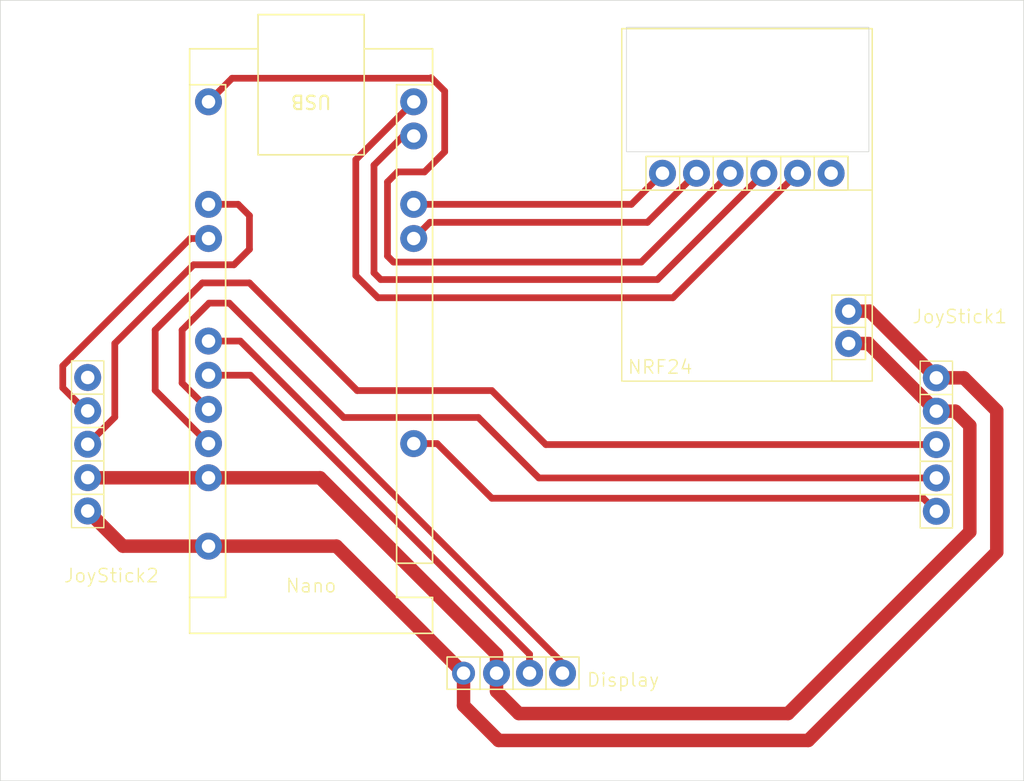
<source format=kicad_pcb>
(kicad_pcb (version 20241229) (generator "pcbnew") (generator_version "9.0")
  (layers (0 "F.Cu" signal) (2 "B.Cu" signal) (13 "F.Paste" user) (15 "B.Paste" user) (5 "F.SilkS" user "F.Silkscreen") (7 "B.SilkS" user "B.Silkscreen") (1 "F.Mask" user) (3 "B.Mask" user) (25 "Edge.Cuts" user))
  (net 0 "")
  (net 1 "Net-(A1-A0)")
  (net 2 "Net-(A1-+5V)")
  (net 3 "Net-(A1-A4)")
  (net 4 "Net-(A1-D8)")
  (net 5 "Net-(A1-D13)")
  (net 6 "Net-(A1-D12)")
  (net 7 "Net-(A1-A1)")
  (net 8 "Net-(A1-A7)")
  (net 9 "Net-(A1-A6)")
  (net 10 "Net-(JoyStick1-GND)")
  (net 11 "Net-(A1-D9)")
  (net 12 "Net-(A1-A5)")
  (net 13 "Net-(A1-D3)")
  (net 14 "Net-(A1-D11)")
  (net 15 "Net-(A1-D2)")
  (footprint "rc_controller:JoyStick" (layer "F.Cu") (at 72.1875 61.1875 180)
    (property "Reference" "JoyStick2" (at -0.5625 -3.5625 0) (layer "F.SilkS") (effects (font (thickness 0.1))))
    (property "Value" "~" (hide yes))
    (fp_rect (start 0 9.92) (end 2.4 12.4) (stroke (width 0.1)) (fill no) (layer "F.SilkS"))
    (fp_rect (start 0 7.44) (end 2.4 9.92) (stroke (width 0.1)) (fill no) (layer "F.SilkS"))
    (fp_rect (start 0 4.96) (end 2.4 7.44) (stroke (width 0.1)) (fill no) (layer "F.SilkS"))
    (fp_rect (start 0 2.48) (end 2.4 4.96) (stroke (width 0.1)) (fill no) (layer "F.SilkS"))
    (fp_rect (start 0 0) (end 2.4 2.48) (stroke (width 0.1)) (fill no) (layer "F.SilkS"))
    (pad "1" thru_hole circle (at 1.2 1.24 180) (size 2 2) (drill 1) (layers "*.Cu" "*.Mask") (net 10 "Net-(JoyStick1-GND)"))
    (pad "2" thru_hole circle (at 1.2 3.72 180) (size 2 2) (drill 1) (layers "*.Cu" "*.Mask") (net 2 "Net-(A1-+5V)"))
    (pad "3" thru_hole circle (at 1.2 6.2 180) (size 2 2) (drill 1) (layers "*.Cu" "*.Mask") (net 1 "Net-(A1-A0)"))
    (pad "4" thru_hole circle (at 1.2 8.68 180) (size 2 2) (drill 1) (layers "*.Cu" "*.Mask") (net 7 "Net-(A1-A1)"))
    (pad "5" thru_hole circle (at 1.2 11.16 180) (size 2 2) (drill 1) (layers "*.Cu" "*.Mask") (net 13 "Net-(A1-D3)"))
  )
  (footprint "rc_controller:OLED_display" (layer "F.Cu") (at 97.675 73.2 90)
    (property "Reference" "OLED_display1" (hide yes))
    (property "Value" "~" (hide yes))
    (fp_rect (start 0 0) (end 2.4 2.45) (stroke (width 0.1)) (fill no) (layer "F.SilkS"))
    (fp_rect (start 0 0) (end 2.4 9.8) (stroke (width 0.1)) (fill no) (layer "F.SilkS"))
    (fp_rect (start 0 2.45) (end 2.4 4.9) (stroke (width 0.1)) (fill no) (layer "F.SilkS"))
    (fp_rect (start 0 4.9) (end 2.4 7.35) (stroke (width 0.1)) (fill no) (layer "F.SilkS"))
    (fp_rect (start 0 7.35) (end 2.4 9.8) (stroke (width 0.1)) (fill no) (layer "F.SilkS"))
    (pad "1" thru_hole circle (at 1.2 1.225 90) (size 1.7 1.7) (drill 1) (layers "*.Cu" "*.Mask") (net 10 "Net-(JoyStick1-GND)"))
    (pad "2" thru_hole circle (at 1.2 3.675 90) (size 2 2) (drill 1) (layers "*.Cu" "*.Mask") (net 2 "Net-(A1-+5V)"))
    (pad "3" thru_hole circle (at 1.2 6.125 90) (size 2 2) (drill 1) (layers "*.Cu" "F.Mask") (net 12 "Net-(A1-A5)"))
    (pad "4" thru_hole circle (at 1.2 8.575 90) (size 2 2) (drill 1) (layers "*.Cu" "*.Mask") (net 3 "Net-(A1-A4)"))
  )
  (footprint "rc_controller:NRF24_Breakout" (layer "F.Cu") (at 110.65 24.1)
    (property "Reference" "NRF24" (at 2.85 25.15 0) (layer "F.SilkS") (effects (font (thickness 0.1))))
    (property "Value" "NRF24L01_Breakout" (hide yes))
    (fp_line (start 0 12) (end 9.3 12) (stroke (width 0.1)) (layer "F.SilkS"))
    (fp_line (start 18.1 24.6) (end 18.1 23.4) (stroke (width 0.1)) (layer "F.SilkS"))
    (fp_rect (start 0 0) (end 18.6 12) (stroke (width 0.1)) (fill no) (layer "F.SilkS"))
    (fp_rect (start 0 0) (end 18.6 26.2) (stroke (width 0.1)) (fill no) (layer "F.SilkS"))
    (fp_rect (start 1.8 9.5) (end 9.3 12) (stroke (width 0.1)) (fill no) (layer "F.SilkS"))
    (fp_rect (start 1.8 9.5) (end 16.8 12) (stroke (width 0.1)) (fill no) (layer "F.SilkS"))
    (fp_rect (start 4.3 9.5) (end 6.8 12) (stroke (width 0.1)) (fill no) (layer "F.SilkS"))
    (fp_rect (start 6.8 9.5) (end 9.3 12) (stroke (width 0.1)) (fill no) (layer "F.SilkS"))
    (fp_rect (start 9.3 9.5) (end 11.8 12) (stroke (width 0.1)) (fill no) (layer "F.SilkS"))
    (fp_rect (start 9.3 9.5) (end 16.8 12) (stroke (width 0.1)) (fill no) (layer "F.SilkS"))
    (fp_rect (start 11.8 9.5) (end 14.3 12) (stroke (width 0.1)) (fill no) (layer "F.SilkS"))
    (fp_rect (start 14.3 9.5) (end 16.8 12) (stroke (width 0.1)) (fill no) (layer "F.SilkS"))
    (fp_rect (start 15.6 19.8) (end 18.1 22.2) (stroke (width 0.1)) (fill no) (layer "F.SilkS"))
    (fp_rect (start 15.6 19.8) (end 18.1 24.6) (stroke (width 0.1)) (fill no) (layer "F.SilkS"))
    (fp_rect (start 15.6 19.8) (end 18.6 26.2) (stroke (width 0.1)) (fill no) (layer "F.SilkS"))
    (pad "1" thru_hole circle (at 16.85 21) (size 2 2) (drill 1) (layers "*.Cu" "*.Mask") (net 10 "Net-(JoyStick1-GND)"))
    (pad "2" thru_hole circle (at 16.85 23.4) (size 2 2) (drill 1) (layers "*.Cu" "*.Mask") (net 2 "Net-(A1-+5V)"))
    (pad "3" thru_hole circle (at 3.025 10.75) (size 2 2) (drill 1) (layers "*.Cu" "*.Mask") (net 11 "Net-(A1-D9)"))
    (pad "4" thru_hole circle (at 5.55 10.75) (size 2 2) (drill 1) (layers "*.Cu" "*.Mask") (net 4 "Net-(A1-D8)"))
    (pad "5" thru_hole circle (at 8.05 10.75) (size 2 2) (drill 1) (layers "*.Cu" "*.Mask") (net 5 "Net-(A1-D13)"))
    (pad "6" thru_hole circle (at 10.55 10.75) (size 2 2) (drill 1) (layers "*.Cu" "*.Mask") (net 14 "Net-(A1-D11)"))
    (pad "7" thru_hole circle (at 13.05 10.75) (size 2 2) (drill 1) (layers "*.Cu" "*.Mask") (net 6 "Net-(A1-D12)"))
    (pad "8" thru_hole circle (at 15.55 10.75) (size 2 2) (drill 1) (layers "*.Cu" "*.Mask"))
  )
  (footprint "rc_controller:JoyStick" (layer "F.Cu") (at 132.8125 48.8125)
    (property "Reference" "JoyStick1" (at 2.9375 -3.3125 0) (layer "F.SilkS") (effects (font (thickness 0.1))))
    (property "Value" "~" (hide yes))
    (fp_rect (start 0 0) (end 2.4 2.48) (stroke (width 0.1)) (fill no) (layer "F.SilkS"))
    (fp_rect (start 0 2.48) (end 2.4 4.96) (stroke (width 0.1)) (fill no) (layer "F.SilkS"))
    (fp_rect (start 0 4.96) (end 2.4 7.44) (stroke (width 0.1)) (fill no) (layer "F.SilkS"))
    (fp_rect (start 0 7.44) (end 2.4 9.92) (stroke (width 0.1)) (fill no) (layer "F.SilkS"))
    (fp_rect (start 0 9.92) (end 2.4 12.4) (stroke (width 0.1)) (fill no) (layer "F.SilkS"))
    (pad "1" thru_hole circle (at 1.2 1.24) (size 2 2) (drill 1) (layers "*.Cu" "*.Mask") (net 10 "Net-(JoyStick1-GND)"))
    (pad "2" thru_hole circle (at 1.2 3.72) (size 2 2) (drill 1) (layers "*.Cu" "*.Mask") (net 2 "Net-(A1-+5V)"))
    (pad "3" thru_hole circle (at 1.2 6.2) (size 2 2) (drill 1) (layers "*.Cu" "*.Mask") (net 8 "Net-(A1-A7)"))
    (pad "4" thru_hole circle (at 1.2 8.68) (size 2 2) (drill 1) (layers "*.Cu" "*.Mask") (net 9 "Net-(A1-A6)"))
    (pad "5" thru_hole circle (at 1.2 11.16) (size 2 2) (drill 1) (layers "*.Cu" "*.Mask") (net 15 "Net-(A1-D2)"))
  )
  (footprint "Module:Arduino_Nano" (layer "F.Cu") (at 80 27)
    (property "Reference" "Nano" (at 7.58 38.5 0) (layer "F.SilkS") (effects (font (thickness 0.1))))
    (property "Value" "Arduino_Nano_v3.x")
    (fp_line (start -1.44 -1.4) (end -1.44 42.04) (stroke (width 0.12)) (layer "F.SilkS"))
    (fp_line (start -1.44 -1.4) (end 3.64 -1.4) (stroke (width 0.12)) (layer "F.SilkS"))
    (fp_line (start -1.44 42.04) (end 16.6 42.04) (stroke (width 0.12)) (layer "F.SilkS"))
    (fp_line (start 1.23 1.27) (end -1.44 1.27) (stroke (width 0.12)) (layer "F.SilkS"))
    (fp_line (start 1.23 39.37) (end -1.44 39.37) (stroke (width 0.12)) (layer "F.SilkS"))
    (fp_line (start 1.23 39.37) (end 1.23 1.27) (stroke (width 0.12)) (layer "F.SilkS"))
    (fp_line (start 3.64 -3.94) (end 11.52 -3.94) (stroke (width 0.12)) (layer "F.SilkS"))
    (fp_line (start 3.64 6.48) (end 3.64 -3.94) (stroke (width 0.12)) (layer "F.SilkS"))
    (fp_line (start 11.52 -3.94) (end 11.52 6.48) (stroke (width 0.12)) (layer "F.SilkS"))
    (fp_line (start 11.52 6.48) (end 3.64 6.48) (stroke (width 0.12)) (layer "F.SilkS"))
    (fp_line (start 13.93 1.27) (end 16.6 1.27) (stroke (width 0.12)) (layer "F.SilkS"))
    (fp_line (start 13.93 36.83) (end 13.93 1.27) (stroke (width 0.12)) (layer "F.SilkS"))
    (fp_line (start 13.93 36.83) (end 13.93 39.37) (stroke (width 0.12)) (layer "F.SilkS"))
    (fp_line (start 13.93 36.83) (end 16.6 36.83) (stroke (width 0.12)) (layer "F.SilkS"))
    (fp_line (start 13.93 39.37) (end 16.6 39.37) (stroke (width 0.12)) (layer "F.SilkS"))
    (fp_line (start 16.6 -1.4) (end 11.52 -1.4) (stroke (width 0.12)) (layer "F.SilkS"))
    (fp_line (start 16.6 36.83) (end 16.6 -1.4) (stroke (width 0.12)) (layer "F.SilkS"))
    (fp_line (start 16.6 42.04) (end 16.6 39.37) (stroke (width 0.12)) (layer "F.SilkS"))
    (fp_text user "USB" (at 7.58 2.54 180) (layer "F.SilkS"))
    (pad "5" thru_hole circle (at 15.2 27.94 180) (size 2 2) (drill 1) (layers "*.Cu" "*.Mask") (net 15 "Net-(A1-D2)"))
    (pad "11" thru_hole circle (at 15.2 12.7 180) (size 2 2) (drill 1) (layers "*.Cu" "*.Mask") (net 4 "Net-(A1-D8)"))
    (pad "12" thru_hole circle (at 15.2 10.16 180) (size 2 2) (drill 1) (layers "*.Cu" "*.Mask") (net 11 "Net-(A1-D9)"))
    (pad "14" thru_hole circle (at 15.2 5.08 180) (size 2 2) (drill 1) (layers "*.Cu" "*.Mask") (net 14 "Net-(A1-D11)"))
    (pad "15" thru_hole circle (at 15.2 2.54 180) (size 2 2) (drill 1) (layers "*.Cu" "*.Mask") (net 6 "Net-(A1-D12)"))
    (pad "16" thru_hole circle (at -0.04 2.54 180) (size 2 2) (drill 1) (layers "*.Cu" "*.Mask") (net 5 "Net-(A1-D13)"))
    (pad "19" thru_hole circle (at -0.04 10.16 180) (size 2 2) (drill 1) (layers "*.Cu" "*.Mask") (net 1 "Net-(A1-A0)"))
    (pad "20" thru_hole circle (at -0.04 12.7 180) (size 2 2) (drill 1) (layers "*.Cu" "*.Mask") (net 7 "Net-(A1-A1)"))
    (pad "23" thru_hole circle (at -0.04 20.32 180) (size 2 2) (drill 1) (layers "*.Cu" "*.Mask") (net 3 "Net-(A1-A4)"))
    (pad "24" thru_hole circle (at -0.04 22.86 180) (size 2 2) (drill 1) (layers "*.Cu" "*.Mask") (net 12 "Net-(A1-A5)"))
    (pad "25" thru_hole circle (at -0.04 25.4 180) (size 2 2) (drill 1) (layers "*.Cu" "*.Mask") (net 9 "Net-(A1-A6)"))
    (pad "26" thru_hole circle (at -0.04 27.94 180) (size 2 2) (drill 1) (layers "*.Cu" "*.Mask") (net 8 "Net-(A1-A7)"))
    (pad "27" thru_hole circle (at -0.04 30.48 180) (size 2 2) (drill 1) (layers "*.Cu" "*.Mask") (net 2 "Net-(A1-+5V)"))
    (pad "29" thru_hole circle (at -0.04 35.56 180) (size 2 2) (drill 1) (layers "*.Cu" "*.Mask") (net 10 "Net-(JoyStick1-GND)"))
  )
  (gr_rect (start 64.5 22) (end 140.5 80) (stroke (width 0.05)) (fill no) (layer "Edge.Cuts"))
  (gr_rect (start 111 24) (end 129 33.25) (stroke (width 0.05)) (fill no) (layer "Edge.Cuts"))
  (gr_text "Display\n" (at 110.75 72.5 0) (layer "F.SilkS") (effects (font (size 1 1) (thickness 0.1))))
  (segment (start 83 40.5) (end 83 38) (width 0.5) (layer "F.Cu") (net 1))
  (segment (start 70.9875 54.9875) (end 70.9875 54.5075) (width 0.2) (layer "F.Cu") (net 1))
  (segment (start 79.96 37.16) (end 80.16 37.16) (width 0.4) (layer "F.Cu") (net 1))
  (segment (start 83 38) (end 82.16 37.16) (width 0.5) (layer "F.Cu") (net 1))
  (segment (start 81.849 41.651) (end 83 40.5) (width 0.5) (layer "F.Cu") (net 1))
  (segment (start 73 52.975) (end 73 47.5) (width 0.5) (layer "F.Cu") (net 1))
  (segment (start 70.9875 54.9875) (end 73 52.975) (width 0.5) (layer "F.Cu") (net 1))
  (segment (start 73 47.5) (end 78.849 41.651) (width 0.5) (layer "F.Cu") (net 1))
  (segment (start 78.849 41.651) (end 81.849 41.651) (width 0.5) (layer "F.Cu") (net 1))
  (segment (start 82.16 37.16) (end 79.96 37.16) (width 0.5) (layer "F.Cu") (net 1))
  (segment (start 101.35 70.585787) (end 88.244213 57.48) (width 1) (layer "F.Cu") (net 2))
  (segment (start 79.96 57.48) (end 71 57.48) (width 1) (layer "F.Cu") (net 2))
  (segment (start 128.98 47.5) (end 127.5 47.5) (width 1) (layer "F.Cu") (net 2))
  (segment (start 135.426713 52.5325) (end 136.5 53.605787) (width 1) (layer "F.Cu") (net 2))
  (segment (start 136.5 53.605787) (end 136.5 61.5) (width 1) (layer "F.Cu") (net 2))
  (segment (start 101.35 72) (end 101.35 70.585787) (width 1) (layer "F.Cu") (net 2))
  (segment (start 88.244213 57.48) (end 79.96 57.48) (width 1) (layer "F.Cu") (net 2))
  (segment (start 101.35 73.35) (end 101.35 72) (width 1) (layer "F.Cu") (net 2))
  (segment (start 70.9875 57.5075) (end 71.0275 57.4675) (width 0.2) (layer "F.Cu") (net 2))
  (segment (start 134.0125 52.5325) (end 135.426713 52.5325) (width 1) (layer "F.Cu") (net 2))
  (segment (start 103 75) (end 101.35 73.35) (width 1) (layer "F.Cu") (net 2))
  (segment (start 71 57.48) (end 70.9875 57.4675) (width 0.2) (layer "F.Cu") (net 2))
  (segment (start 134.0125 52.5325) (end 128.98 47.5) (width 1) (layer "F.Cu") (net 2))
  (segment (start 103 75) (end 123 75) (width 1) (layer "F.Cu") (net 2))
  (segment (start 136.5 61.5) (end 123 75) (width 1) (layer "F.Cu") (net 2))
  (segment (start 82.32 47.32) (end 79.96 47.32) (width 0.5) (layer "F.Cu") (net 3))
  (segment (start 106.9 71.52776) (end 106.9 72) (width 0.4) (layer "F.Cu") (net 3))
  (segment (start 79.96 47.56) (end 79.96 47.32) (width 0.4) (layer "F.Cu") (net 3))
  (segment (start 106.25 71.25) (end 82.32 47.32) (width 0.5) (layer "F.Cu") (net 3))
  (segment (start 106.25 72) (end 106.25 71.25) (width 0.5) (layer "F.Cu") (net 3))
  (segment (start 116.2 34.85) (end 112.55 38.5) (width 0.5) (layer "F.Cu") (net 4))
  (segment (start 112.55 38.5) (end 96.4 38.5) (width 0.5) (layer "F.Cu") (net 4))
  (segment (start 96.4 38.5) (end 95.2 39.7) (width 0.5) (layer "F.Cu") (net 4))
  (segment (start 112.099 41.451) (end 93.701 41.451) (width 0.5) (layer "F.Cu") (net 5))
  (segment (start 97.5 28.75) (end 96.5 27.75) (width 0.5) (layer "F.Cu") (net 5))
  (segment (start 93.251 35.499) (end 94 34.75) (width 0.5) (layer "F.Cu") (net 5))
  (segment (start 81.711 27.789) (end 79.96 29.54) (width 0.5) (layer "F.Cu") (net 5))
  (segment (start 94 34.75) (end 96 34.75) (width 0.5) (layer "F.Cu") (net 5))
  (segment (start 93.701 41.451) (end 93.251 41.001) (width 0.5) (layer "F.Cu") (net 5))
  (segment (start 96.5 27.75) (end 96.461 27.789) (width 0.5) (layer "F.Cu") (net 5))
  (segment (start 93.251 41.001) (end 93.251 35.499) (width 0.5) (layer "F.Cu") (net 5))
  (segment (start 96 34.75) (end 97.5 33.25) (width 0.5) (layer "F.Cu") (net 5))
  (segment (start 96.461 27.789) (end 81.711 27.789) (width 0.5) (layer "F.Cu") (net 5))
  (segment (start 118.7 34.85) (end 112.099 41.451) (width 0.5) (layer "F.Cu") (net 5))
  (segment (start 97.5 33.25) (end 97.5 28.75) (width 0.5) (layer "F.Cu") (net 5))
  (segment (start 114.449 44.101) (end 92.54395 44.101) (width 0.5) (layer "F.Cu") (net 6))
  (segment (start 123.7 34.85) (end 114.449 44.101) (width 0.5) (layer "F.Cu") (net 6))
  (segment (start 92.54395 44.101) (end 90.899 42.456049) (width 0.5) (layer "F.Cu") (net 6))
  (segment (start 90.899 33.841) (end 95.2 29.54) (width 0.5) (layer "F.Cu") (net 6))
  (segment (start 90.899 42.456049) (end 90.899 33.841) (width 0.5) (layer "F.Cu") (net 6))
  (segment (start 69.1365 49.16503) (end 78.60153 39.7) (width 0.5) (layer "F.Cu") (net 7))
  (segment (start 70.9875 52.5075) (end 70.84979 52.5075) (width 0.8) (layer "F.Cu") (net 7))
  (segment (start 70.84979 52.5075) (end 69.1365 50.79421) (width 0.5) (layer "F.Cu") (net 7))
  (segment (start 78.60153 39.7) (end 79.96 39.7) (width 0.5) (layer "F.Cu") (net 7))
  (segment (start 69.1365 50.79421) (end 69.1365 49.16503) (width 0.5) (layer "F.Cu") (net 7))
  (segment (start 101 51) (end 91 51) (width 0.5) (layer "F.Cu") (net 8))
  (segment (start 91 51) (end 83 43) (width 0.5) (layer "F.Cu") (net 8))
  (segment (start 76 50.98) (end 79.96 54.94) (width 0.5) (layer "F.Cu") (net 8))
  (segment (start 134.0125 55.0125) (end 105.0125 55.0125) (width 0.5) (layer "F.Cu") (net 8))
  (segment (start 83 43) (end 79.5 43) (width 0.5) (layer "F.Cu") (net 8))
  (segment (start 105.0125 55.0125) (end 101 51) (width 0.5) (layer "F.Cu") (net 8))
  (segment (start 79.5 43) (end 76 46.5) (width 0.5) (layer "F.Cu") (net 8))
  (segment (start 76 46.5) (end 76 50.98) (width 0.5) (layer "F.Cu") (net 8))
  (segment (start 90 53) (end 100 53) (width 0.5) (layer "F.Cu") (net 9))
  (segment (start 104.4925 57.4925) (end 134.0125 57.4925) (width 0.5) (layer "F.Cu") (net 9))
  (segment (start 100 53) (end 104.4925 57.4925) (width 0.5) (layer "F.Cu") (net 9))
  (segment (start 78 46.5) (end 80 44.5) (width 0.5) (layer "F.Cu") (net 9))
  (segment (start 81.5 44.5) (end 90 53) (width 0.5) (layer "F.Cu") (net 9))
  (segment (start 78 50.44) (end 78 46.5) (width 0.5) (layer "F.Cu") (net 9))
  (segment (start 79.96 52.4) (end 78 50.44) (width 0.5) (layer "F.Cu") (net 9))
  (segment (start 80 44.5) (end 81.5 44.5) (width 0.5) (layer "F.Cu") (net 9))
  (segment (start 98.9 72) (end 98.9 74.4) (width 1) (layer "F.Cu") (net 10))
  (segment (start 89.46 62.56) (end 98.9 72) (width 1) (layer "F.Cu") (net 10))
  (segment (start 70.9875 59.9475) (end 73.6 62.56) (width 1) (layer "F.Cu") (net 10))
  (segment (start 98.9 74.4) (end 101.5 77) (width 1) (layer "F.Cu") (net 10))
  (segment (start 134.0125 50.0525) (end 129.06 45.1) (width 1) (layer "F.Cu") (net 10))
  (segment (start 124.5 77) (end 101.5 77) (width 1) (layer "F.Cu") (net 10))
  (segment (start 134.0125 50.0525) (end 136.0525 50.0525) (width 1) (layer "F.Cu") (net 10))
  (segment (start 138.5 63) (end 124.5 77) (width 1) (layer "F.Cu") (net 10))
  (segment (start 73.6 62.56) (end 79.96 62.56) (width 1) (layer "F.Cu") (net 10))
  (segment (start 129.06 45.1) (end 127.5 45.1) (width 1) (layer "F.Cu") (net 10))
  (segment (start 79.96 62.56) (end 89.46 62.56) (width 1) (layer "F.Cu") (net 10))
  (segment (start 138.5 52.5) (end 138.5 63) (width 1) (layer "F.Cu") (net 10))
  (segment (start 136.0525 50.0525) (end 138.5 52.5) (width 1) (layer "F.Cu") (net 10))
  (segment (start 113.675 34.85) (end 111.365 37.16) (width 0.5) (layer "F.Cu") (net 11))
  (segment (start 111.365 37.16) (end 95.2 37.16) (width 0.5) (layer "F.Cu") (net 11))
  (segment (start 79.96 50.01) (end 79.96 49.86) (width 0.4) (layer "F.Cu") (net 12))
  (segment (start 79.966999 49.86) (end 79.96 49.86) (width 0.4) (layer "F.Cu") (net 12))
  (segment (start 83.074213 49.86) (end 79.96 49.86) (width 0.5) (layer "F.Cu") (net 12))
  (segment (start 103.8 70.585787) (end 83.074213 49.86) (width 0.5) (layer "F.Cu") (net 12))
  (segment (start 103.8 72) (end 103.8 70.585787) (width 0.5) (layer "F.Cu") (net 12))
  (segment (start 104.45 72) (end 104.45 71.83229) (width 0.7) (layer "F.Cu") (net 12))
  (segment (start 113.3 42.75) (end 121.2 34.85) (width 0.5) (layer "F.Cu") (net 14))
  (segment (start 94.5 32) (end 92.25 34.25) (width 0.5) (layer "F.Cu") (net 14))
  (segment (start 92.75 42.75) (end 113.3 42.75) (width 0.5) (layer "F.Cu") (net 14))
  (segment (start 95.2 32.08) (end 95.12 32) (width 0.5) (layer "F.Cu") (net 14))
  (segment (start 95.12 32) (end 94.5 32) (width 0.5) (layer "F.Cu") (net 14))
  (segment (start 92.25 42.25) (end 92.75 42.75) (width 0.5) (layer "F.Cu") (net 14))
  (segment (start 92.25 34.25) (end 92.25 42.25) (width 0.5) (layer "F.Cu") (net 14))
  (segment (start 134.0125 59.9725) (end 133.04 59) (width 0.5) (layer "F.Cu") (net 15))
  (segment (start 96.94 54.94) (end 95.2 54.94) (width 0.5) (layer "F.Cu") (net 15))
  (segment (start 133.04 59) (end 101 59) (width 0.5) (layer "F.Cu") (net 15))
  (segment (start 101 59) (end 96.94 54.94) (width 0.5) (layer "F.Cu") (net 15))
)
</source>
